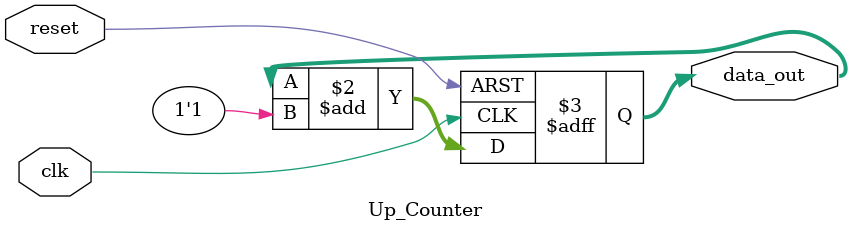
<source format=v>
module Up_Counter(clk, reset, data_out);

input clk, reset;
output reg [3:0] data_out;

always @ (posedge clk or posedge reset)
begin
  if(reset) begin
    data_out <= 4'b000;
  end
  else begin
    data_out <= data_out + 1'b1;
  end
end

endmodule
</source>
